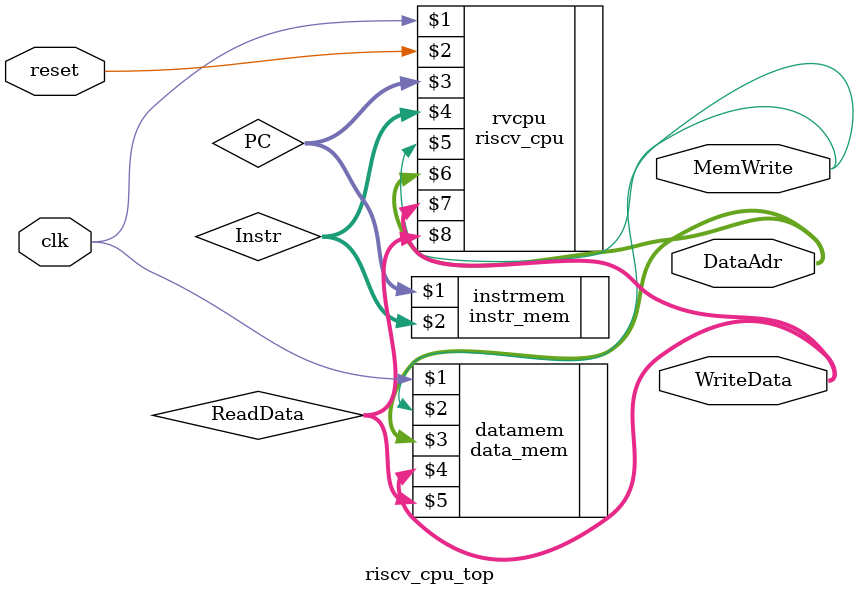
<source format=v>
`timescale 1ns / 1ps


module riscv_cpu_top(
    input clk, reset,
    output [31:0] WriteData, DataAdr,
    output MemWrite
);
wire [31:0] PC, Instr, ReadData;
//wire MemWrite_rv32;
//wire [31:0] DataAdr_rv32, WriteData_rv32;

riscv_cpu rvcpu (clk, reset, PC, Instr, MemWrite, DataAdr, WriteData, ReadData);
instr_mem instrmem (PC, Instr);
data_mem  datamem (clk, MemWrite, DataAdr, WriteData, ReadData);

//assign MemWrite  = (Ext_MemWrite && reset) ? 1 : MemWrite_rv32;
//assign WriteData = (Ext_MemWrite && reset) ? Ext_WriteData : WriteData_rv32;
//assign DataAdr   = reset ? Ext_DataAdr : DataAdr_rv32;
    
endmodule

</source>
